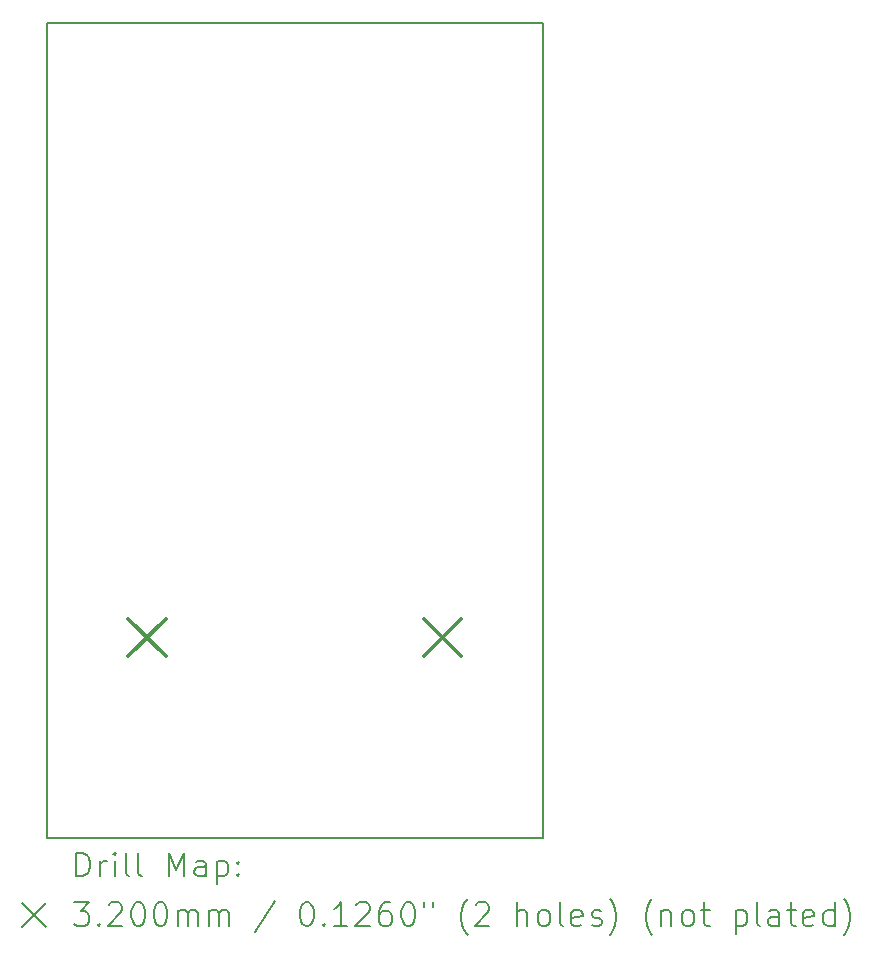
<source format=gbr>
%TF.GenerationSoftware,KiCad,Pcbnew,7.0.7*%
%TF.CreationDate,2024-01-15T15:14:14+00:00*%
%TF.ProjectId,cardboard,63617264-626f-4617-9264-2e6b69636164,rev?*%
%TF.SameCoordinates,Original*%
%TF.FileFunction,Drillmap*%
%TF.FilePolarity,Positive*%
%FSLAX45Y45*%
G04 Gerber Fmt 4.5, Leading zero omitted, Abs format (unit mm)*
G04 Created by KiCad (PCBNEW 7.0.7) date 2024-01-15 15:14:14*
%MOMM*%
%LPD*%
G01*
G04 APERTURE LIST*
%ADD10C,0.200000*%
%ADD11C,0.320000*%
G04 APERTURE END LIST*
D10*
X8401500Y-5717000D02*
X12601500Y-5717000D01*
X12601500Y-12617000D01*
X8401500Y-12617000D01*
X8401500Y-5717000D01*
D11*
X9091500Y-10757000D02*
X9411500Y-11077000D01*
X9411500Y-10757000D02*
X9091500Y-11077000D01*
X11591500Y-10757000D02*
X11911500Y-11077000D01*
X11911500Y-10757000D02*
X11591500Y-11077000D01*
D10*
X8652277Y-12938484D02*
X8652277Y-12738484D01*
X8652277Y-12738484D02*
X8699896Y-12738484D01*
X8699896Y-12738484D02*
X8728467Y-12748008D01*
X8728467Y-12748008D02*
X8747515Y-12767055D01*
X8747515Y-12767055D02*
X8757039Y-12786103D01*
X8757039Y-12786103D02*
X8766563Y-12824198D01*
X8766563Y-12824198D02*
X8766563Y-12852769D01*
X8766563Y-12852769D02*
X8757039Y-12890865D01*
X8757039Y-12890865D02*
X8747515Y-12909912D01*
X8747515Y-12909912D02*
X8728467Y-12928960D01*
X8728467Y-12928960D02*
X8699896Y-12938484D01*
X8699896Y-12938484D02*
X8652277Y-12938484D01*
X8852277Y-12938484D02*
X8852277Y-12805150D01*
X8852277Y-12843246D02*
X8861801Y-12824198D01*
X8861801Y-12824198D02*
X8871324Y-12814674D01*
X8871324Y-12814674D02*
X8890372Y-12805150D01*
X8890372Y-12805150D02*
X8909420Y-12805150D01*
X8976086Y-12938484D02*
X8976086Y-12805150D01*
X8976086Y-12738484D02*
X8966563Y-12748008D01*
X8966563Y-12748008D02*
X8976086Y-12757531D01*
X8976086Y-12757531D02*
X8985610Y-12748008D01*
X8985610Y-12748008D02*
X8976086Y-12738484D01*
X8976086Y-12738484D02*
X8976086Y-12757531D01*
X9099896Y-12938484D02*
X9080848Y-12928960D01*
X9080848Y-12928960D02*
X9071324Y-12909912D01*
X9071324Y-12909912D02*
X9071324Y-12738484D01*
X9204658Y-12938484D02*
X9185610Y-12928960D01*
X9185610Y-12928960D02*
X9176086Y-12909912D01*
X9176086Y-12909912D02*
X9176086Y-12738484D01*
X9433229Y-12938484D02*
X9433229Y-12738484D01*
X9433229Y-12738484D02*
X9499896Y-12881341D01*
X9499896Y-12881341D02*
X9566563Y-12738484D01*
X9566563Y-12738484D02*
X9566563Y-12938484D01*
X9747515Y-12938484D02*
X9747515Y-12833722D01*
X9747515Y-12833722D02*
X9737991Y-12814674D01*
X9737991Y-12814674D02*
X9718944Y-12805150D01*
X9718944Y-12805150D02*
X9680848Y-12805150D01*
X9680848Y-12805150D02*
X9661801Y-12814674D01*
X9747515Y-12928960D02*
X9728467Y-12938484D01*
X9728467Y-12938484D02*
X9680848Y-12938484D01*
X9680848Y-12938484D02*
X9661801Y-12928960D01*
X9661801Y-12928960D02*
X9652277Y-12909912D01*
X9652277Y-12909912D02*
X9652277Y-12890865D01*
X9652277Y-12890865D02*
X9661801Y-12871817D01*
X9661801Y-12871817D02*
X9680848Y-12862293D01*
X9680848Y-12862293D02*
X9728467Y-12862293D01*
X9728467Y-12862293D02*
X9747515Y-12852769D01*
X9842753Y-12805150D02*
X9842753Y-13005150D01*
X9842753Y-12814674D02*
X9861801Y-12805150D01*
X9861801Y-12805150D02*
X9899896Y-12805150D01*
X9899896Y-12805150D02*
X9918944Y-12814674D01*
X9918944Y-12814674D02*
X9928467Y-12824198D01*
X9928467Y-12824198D02*
X9937991Y-12843246D01*
X9937991Y-12843246D02*
X9937991Y-12900388D01*
X9937991Y-12900388D02*
X9928467Y-12919436D01*
X9928467Y-12919436D02*
X9918944Y-12928960D01*
X9918944Y-12928960D02*
X9899896Y-12938484D01*
X9899896Y-12938484D02*
X9861801Y-12938484D01*
X9861801Y-12938484D02*
X9842753Y-12928960D01*
X10023705Y-12919436D02*
X10033229Y-12928960D01*
X10033229Y-12928960D02*
X10023705Y-12938484D01*
X10023705Y-12938484D02*
X10014182Y-12928960D01*
X10014182Y-12928960D02*
X10023705Y-12919436D01*
X10023705Y-12919436D02*
X10023705Y-12938484D01*
X10023705Y-12814674D02*
X10033229Y-12824198D01*
X10033229Y-12824198D02*
X10023705Y-12833722D01*
X10023705Y-12833722D02*
X10014182Y-12824198D01*
X10014182Y-12824198D02*
X10023705Y-12814674D01*
X10023705Y-12814674D02*
X10023705Y-12833722D01*
X8191500Y-13167000D02*
X8391500Y-13367000D01*
X8391500Y-13167000D02*
X8191500Y-13367000D01*
X8633229Y-13158484D02*
X8757039Y-13158484D01*
X8757039Y-13158484D02*
X8690372Y-13234674D01*
X8690372Y-13234674D02*
X8718944Y-13234674D01*
X8718944Y-13234674D02*
X8737991Y-13244198D01*
X8737991Y-13244198D02*
X8747515Y-13253722D01*
X8747515Y-13253722D02*
X8757039Y-13272769D01*
X8757039Y-13272769D02*
X8757039Y-13320388D01*
X8757039Y-13320388D02*
X8747515Y-13339436D01*
X8747515Y-13339436D02*
X8737991Y-13348960D01*
X8737991Y-13348960D02*
X8718944Y-13358484D01*
X8718944Y-13358484D02*
X8661801Y-13358484D01*
X8661801Y-13358484D02*
X8642753Y-13348960D01*
X8642753Y-13348960D02*
X8633229Y-13339436D01*
X8842753Y-13339436D02*
X8852277Y-13348960D01*
X8852277Y-13348960D02*
X8842753Y-13358484D01*
X8842753Y-13358484D02*
X8833229Y-13348960D01*
X8833229Y-13348960D02*
X8842753Y-13339436D01*
X8842753Y-13339436D02*
X8842753Y-13358484D01*
X8928467Y-13177531D02*
X8937991Y-13168008D01*
X8937991Y-13168008D02*
X8957039Y-13158484D01*
X8957039Y-13158484D02*
X9004658Y-13158484D01*
X9004658Y-13158484D02*
X9023705Y-13168008D01*
X9023705Y-13168008D02*
X9033229Y-13177531D01*
X9033229Y-13177531D02*
X9042753Y-13196579D01*
X9042753Y-13196579D02*
X9042753Y-13215627D01*
X9042753Y-13215627D02*
X9033229Y-13244198D01*
X9033229Y-13244198D02*
X8918944Y-13358484D01*
X8918944Y-13358484D02*
X9042753Y-13358484D01*
X9166563Y-13158484D02*
X9185610Y-13158484D01*
X9185610Y-13158484D02*
X9204658Y-13168008D01*
X9204658Y-13168008D02*
X9214182Y-13177531D01*
X9214182Y-13177531D02*
X9223705Y-13196579D01*
X9223705Y-13196579D02*
X9233229Y-13234674D01*
X9233229Y-13234674D02*
X9233229Y-13282293D01*
X9233229Y-13282293D02*
X9223705Y-13320388D01*
X9223705Y-13320388D02*
X9214182Y-13339436D01*
X9214182Y-13339436D02*
X9204658Y-13348960D01*
X9204658Y-13348960D02*
X9185610Y-13358484D01*
X9185610Y-13358484D02*
X9166563Y-13358484D01*
X9166563Y-13358484D02*
X9147515Y-13348960D01*
X9147515Y-13348960D02*
X9137991Y-13339436D01*
X9137991Y-13339436D02*
X9128467Y-13320388D01*
X9128467Y-13320388D02*
X9118944Y-13282293D01*
X9118944Y-13282293D02*
X9118944Y-13234674D01*
X9118944Y-13234674D02*
X9128467Y-13196579D01*
X9128467Y-13196579D02*
X9137991Y-13177531D01*
X9137991Y-13177531D02*
X9147515Y-13168008D01*
X9147515Y-13168008D02*
X9166563Y-13158484D01*
X9357039Y-13158484D02*
X9376086Y-13158484D01*
X9376086Y-13158484D02*
X9395134Y-13168008D01*
X9395134Y-13168008D02*
X9404658Y-13177531D01*
X9404658Y-13177531D02*
X9414182Y-13196579D01*
X9414182Y-13196579D02*
X9423705Y-13234674D01*
X9423705Y-13234674D02*
X9423705Y-13282293D01*
X9423705Y-13282293D02*
X9414182Y-13320388D01*
X9414182Y-13320388D02*
X9404658Y-13339436D01*
X9404658Y-13339436D02*
X9395134Y-13348960D01*
X9395134Y-13348960D02*
X9376086Y-13358484D01*
X9376086Y-13358484D02*
X9357039Y-13358484D01*
X9357039Y-13358484D02*
X9337991Y-13348960D01*
X9337991Y-13348960D02*
X9328467Y-13339436D01*
X9328467Y-13339436D02*
X9318944Y-13320388D01*
X9318944Y-13320388D02*
X9309420Y-13282293D01*
X9309420Y-13282293D02*
X9309420Y-13234674D01*
X9309420Y-13234674D02*
X9318944Y-13196579D01*
X9318944Y-13196579D02*
X9328467Y-13177531D01*
X9328467Y-13177531D02*
X9337991Y-13168008D01*
X9337991Y-13168008D02*
X9357039Y-13158484D01*
X9509420Y-13358484D02*
X9509420Y-13225150D01*
X9509420Y-13244198D02*
X9518944Y-13234674D01*
X9518944Y-13234674D02*
X9537991Y-13225150D01*
X9537991Y-13225150D02*
X9566563Y-13225150D01*
X9566563Y-13225150D02*
X9585610Y-13234674D01*
X9585610Y-13234674D02*
X9595134Y-13253722D01*
X9595134Y-13253722D02*
X9595134Y-13358484D01*
X9595134Y-13253722D02*
X9604658Y-13234674D01*
X9604658Y-13234674D02*
X9623705Y-13225150D01*
X9623705Y-13225150D02*
X9652277Y-13225150D01*
X9652277Y-13225150D02*
X9671325Y-13234674D01*
X9671325Y-13234674D02*
X9680848Y-13253722D01*
X9680848Y-13253722D02*
X9680848Y-13358484D01*
X9776086Y-13358484D02*
X9776086Y-13225150D01*
X9776086Y-13244198D02*
X9785610Y-13234674D01*
X9785610Y-13234674D02*
X9804658Y-13225150D01*
X9804658Y-13225150D02*
X9833229Y-13225150D01*
X9833229Y-13225150D02*
X9852277Y-13234674D01*
X9852277Y-13234674D02*
X9861801Y-13253722D01*
X9861801Y-13253722D02*
X9861801Y-13358484D01*
X9861801Y-13253722D02*
X9871325Y-13234674D01*
X9871325Y-13234674D02*
X9890372Y-13225150D01*
X9890372Y-13225150D02*
X9918944Y-13225150D01*
X9918944Y-13225150D02*
X9937991Y-13234674D01*
X9937991Y-13234674D02*
X9947515Y-13253722D01*
X9947515Y-13253722D02*
X9947515Y-13358484D01*
X10337991Y-13148960D02*
X10166563Y-13406103D01*
X10595134Y-13158484D02*
X10614182Y-13158484D01*
X10614182Y-13158484D02*
X10633229Y-13168008D01*
X10633229Y-13168008D02*
X10642753Y-13177531D01*
X10642753Y-13177531D02*
X10652277Y-13196579D01*
X10652277Y-13196579D02*
X10661801Y-13234674D01*
X10661801Y-13234674D02*
X10661801Y-13282293D01*
X10661801Y-13282293D02*
X10652277Y-13320388D01*
X10652277Y-13320388D02*
X10642753Y-13339436D01*
X10642753Y-13339436D02*
X10633229Y-13348960D01*
X10633229Y-13348960D02*
X10614182Y-13358484D01*
X10614182Y-13358484D02*
X10595134Y-13358484D01*
X10595134Y-13358484D02*
X10576087Y-13348960D01*
X10576087Y-13348960D02*
X10566563Y-13339436D01*
X10566563Y-13339436D02*
X10557039Y-13320388D01*
X10557039Y-13320388D02*
X10547515Y-13282293D01*
X10547515Y-13282293D02*
X10547515Y-13234674D01*
X10547515Y-13234674D02*
X10557039Y-13196579D01*
X10557039Y-13196579D02*
X10566563Y-13177531D01*
X10566563Y-13177531D02*
X10576087Y-13168008D01*
X10576087Y-13168008D02*
X10595134Y-13158484D01*
X10747515Y-13339436D02*
X10757039Y-13348960D01*
X10757039Y-13348960D02*
X10747515Y-13358484D01*
X10747515Y-13358484D02*
X10737991Y-13348960D01*
X10737991Y-13348960D02*
X10747515Y-13339436D01*
X10747515Y-13339436D02*
X10747515Y-13358484D01*
X10947515Y-13358484D02*
X10833229Y-13358484D01*
X10890372Y-13358484D02*
X10890372Y-13158484D01*
X10890372Y-13158484D02*
X10871325Y-13187055D01*
X10871325Y-13187055D02*
X10852277Y-13206103D01*
X10852277Y-13206103D02*
X10833229Y-13215627D01*
X11023706Y-13177531D02*
X11033229Y-13168008D01*
X11033229Y-13168008D02*
X11052277Y-13158484D01*
X11052277Y-13158484D02*
X11099896Y-13158484D01*
X11099896Y-13158484D02*
X11118944Y-13168008D01*
X11118944Y-13168008D02*
X11128468Y-13177531D01*
X11128468Y-13177531D02*
X11137991Y-13196579D01*
X11137991Y-13196579D02*
X11137991Y-13215627D01*
X11137991Y-13215627D02*
X11128468Y-13244198D01*
X11128468Y-13244198D02*
X11014182Y-13358484D01*
X11014182Y-13358484D02*
X11137991Y-13358484D01*
X11309420Y-13158484D02*
X11271325Y-13158484D01*
X11271325Y-13158484D02*
X11252277Y-13168008D01*
X11252277Y-13168008D02*
X11242753Y-13177531D01*
X11242753Y-13177531D02*
X11223706Y-13206103D01*
X11223706Y-13206103D02*
X11214182Y-13244198D01*
X11214182Y-13244198D02*
X11214182Y-13320388D01*
X11214182Y-13320388D02*
X11223706Y-13339436D01*
X11223706Y-13339436D02*
X11233229Y-13348960D01*
X11233229Y-13348960D02*
X11252277Y-13358484D01*
X11252277Y-13358484D02*
X11290372Y-13358484D01*
X11290372Y-13358484D02*
X11309420Y-13348960D01*
X11309420Y-13348960D02*
X11318944Y-13339436D01*
X11318944Y-13339436D02*
X11328467Y-13320388D01*
X11328467Y-13320388D02*
X11328467Y-13272769D01*
X11328467Y-13272769D02*
X11318944Y-13253722D01*
X11318944Y-13253722D02*
X11309420Y-13244198D01*
X11309420Y-13244198D02*
X11290372Y-13234674D01*
X11290372Y-13234674D02*
X11252277Y-13234674D01*
X11252277Y-13234674D02*
X11233229Y-13244198D01*
X11233229Y-13244198D02*
X11223706Y-13253722D01*
X11223706Y-13253722D02*
X11214182Y-13272769D01*
X11452277Y-13158484D02*
X11471325Y-13158484D01*
X11471325Y-13158484D02*
X11490372Y-13168008D01*
X11490372Y-13168008D02*
X11499896Y-13177531D01*
X11499896Y-13177531D02*
X11509420Y-13196579D01*
X11509420Y-13196579D02*
X11518944Y-13234674D01*
X11518944Y-13234674D02*
X11518944Y-13282293D01*
X11518944Y-13282293D02*
X11509420Y-13320388D01*
X11509420Y-13320388D02*
X11499896Y-13339436D01*
X11499896Y-13339436D02*
X11490372Y-13348960D01*
X11490372Y-13348960D02*
X11471325Y-13358484D01*
X11471325Y-13358484D02*
X11452277Y-13358484D01*
X11452277Y-13358484D02*
X11433229Y-13348960D01*
X11433229Y-13348960D02*
X11423706Y-13339436D01*
X11423706Y-13339436D02*
X11414182Y-13320388D01*
X11414182Y-13320388D02*
X11404658Y-13282293D01*
X11404658Y-13282293D02*
X11404658Y-13234674D01*
X11404658Y-13234674D02*
X11414182Y-13196579D01*
X11414182Y-13196579D02*
X11423706Y-13177531D01*
X11423706Y-13177531D02*
X11433229Y-13168008D01*
X11433229Y-13168008D02*
X11452277Y-13158484D01*
X11595134Y-13158484D02*
X11595134Y-13196579D01*
X11671325Y-13158484D02*
X11671325Y-13196579D01*
X11966563Y-13434674D02*
X11957039Y-13425150D01*
X11957039Y-13425150D02*
X11937991Y-13396579D01*
X11937991Y-13396579D02*
X11928468Y-13377531D01*
X11928468Y-13377531D02*
X11918944Y-13348960D01*
X11918944Y-13348960D02*
X11909420Y-13301341D01*
X11909420Y-13301341D02*
X11909420Y-13263246D01*
X11909420Y-13263246D02*
X11918944Y-13215627D01*
X11918944Y-13215627D02*
X11928468Y-13187055D01*
X11928468Y-13187055D02*
X11937991Y-13168008D01*
X11937991Y-13168008D02*
X11957039Y-13139436D01*
X11957039Y-13139436D02*
X11966563Y-13129912D01*
X12033229Y-13177531D02*
X12042753Y-13168008D01*
X12042753Y-13168008D02*
X12061801Y-13158484D01*
X12061801Y-13158484D02*
X12109420Y-13158484D01*
X12109420Y-13158484D02*
X12128468Y-13168008D01*
X12128468Y-13168008D02*
X12137991Y-13177531D01*
X12137991Y-13177531D02*
X12147515Y-13196579D01*
X12147515Y-13196579D02*
X12147515Y-13215627D01*
X12147515Y-13215627D02*
X12137991Y-13244198D01*
X12137991Y-13244198D02*
X12023706Y-13358484D01*
X12023706Y-13358484D02*
X12147515Y-13358484D01*
X12385610Y-13358484D02*
X12385610Y-13158484D01*
X12471325Y-13358484D02*
X12471325Y-13253722D01*
X12471325Y-13253722D02*
X12461801Y-13234674D01*
X12461801Y-13234674D02*
X12442753Y-13225150D01*
X12442753Y-13225150D02*
X12414182Y-13225150D01*
X12414182Y-13225150D02*
X12395134Y-13234674D01*
X12395134Y-13234674D02*
X12385610Y-13244198D01*
X12595134Y-13358484D02*
X12576087Y-13348960D01*
X12576087Y-13348960D02*
X12566563Y-13339436D01*
X12566563Y-13339436D02*
X12557039Y-13320388D01*
X12557039Y-13320388D02*
X12557039Y-13263246D01*
X12557039Y-13263246D02*
X12566563Y-13244198D01*
X12566563Y-13244198D02*
X12576087Y-13234674D01*
X12576087Y-13234674D02*
X12595134Y-13225150D01*
X12595134Y-13225150D02*
X12623706Y-13225150D01*
X12623706Y-13225150D02*
X12642753Y-13234674D01*
X12642753Y-13234674D02*
X12652277Y-13244198D01*
X12652277Y-13244198D02*
X12661801Y-13263246D01*
X12661801Y-13263246D02*
X12661801Y-13320388D01*
X12661801Y-13320388D02*
X12652277Y-13339436D01*
X12652277Y-13339436D02*
X12642753Y-13348960D01*
X12642753Y-13348960D02*
X12623706Y-13358484D01*
X12623706Y-13358484D02*
X12595134Y-13358484D01*
X12776087Y-13358484D02*
X12757039Y-13348960D01*
X12757039Y-13348960D02*
X12747515Y-13329912D01*
X12747515Y-13329912D02*
X12747515Y-13158484D01*
X12928468Y-13348960D02*
X12909420Y-13358484D01*
X12909420Y-13358484D02*
X12871325Y-13358484D01*
X12871325Y-13358484D02*
X12852277Y-13348960D01*
X12852277Y-13348960D02*
X12842753Y-13329912D01*
X12842753Y-13329912D02*
X12842753Y-13253722D01*
X12842753Y-13253722D02*
X12852277Y-13234674D01*
X12852277Y-13234674D02*
X12871325Y-13225150D01*
X12871325Y-13225150D02*
X12909420Y-13225150D01*
X12909420Y-13225150D02*
X12928468Y-13234674D01*
X12928468Y-13234674D02*
X12937991Y-13253722D01*
X12937991Y-13253722D02*
X12937991Y-13272769D01*
X12937991Y-13272769D02*
X12842753Y-13291817D01*
X13014182Y-13348960D02*
X13033230Y-13358484D01*
X13033230Y-13358484D02*
X13071325Y-13358484D01*
X13071325Y-13358484D02*
X13090372Y-13348960D01*
X13090372Y-13348960D02*
X13099896Y-13329912D01*
X13099896Y-13329912D02*
X13099896Y-13320388D01*
X13099896Y-13320388D02*
X13090372Y-13301341D01*
X13090372Y-13301341D02*
X13071325Y-13291817D01*
X13071325Y-13291817D02*
X13042753Y-13291817D01*
X13042753Y-13291817D02*
X13023706Y-13282293D01*
X13023706Y-13282293D02*
X13014182Y-13263246D01*
X13014182Y-13263246D02*
X13014182Y-13253722D01*
X13014182Y-13253722D02*
X13023706Y-13234674D01*
X13023706Y-13234674D02*
X13042753Y-13225150D01*
X13042753Y-13225150D02*
X13071325Y-13225150D01*
X13071325Y-13225150D02*
X13090372Y-13234674D01*
X13166563Y-13434674D02*
X13176087Y-13425150D01*
X13176087Y-13425150D02*
X13195134Y-13396579D01*
X13195134Y-13396579D02*
X13204658Y-13377531D01*
X13204658Y-13377531D02*
X13214182Y-13348960D01*
X13214182Y-13348960D02*
X13223706Y-13301341D01*
X13223706Y-13301341D02*
X13223706Y-13263246D01*
X13223706Y-13263246D02*
X13214182Y-13215627D01*
X13214182Y-13215627D02*
X13204658Y-13187055D01*
X13204658Y-13187055D02*
X13195134Y-13168008D01*
X13195134Y-13168008D02*
X13176087Y-13139436D01*
X13176087Y-13139436D02*
X13166563Y-13129912D01*
X13528468Y-13434674D02*
X13518944Y-13425150D01*
X13518944Y-13425150D02*
X13499896Y-13396579D01*
X13499896Y-13396579D02*
X13490372Y-13377531D01*
X13490372Y-13377531D02*
X13480849Y-13348960D01*
X13480849Y-13348960D02*
X13471325Y-13301341D01*
X13471325Y-13301341D02*
X13471325Y-13263246D01*
X13471325Y-13263246D02*
X13480849Y-13215627D01*
X13480849Y-13215627D02*
X13490372Y-13187055D01*
X13490372Y-13187055D02*
X13499896Y-13168008D01*
X13499896Y-13168008D02*
X13518944Y-13139436D01*
X13518944Y-13139436D02*
X13528468Y-13129912D01*
X13604658Y-13225150D02*
X13604658Y-13358484D01*
X13604658Y-13244198D02*
X13614182Y-13234674D01*
X13614182Y-13234674D02*
X13633230Y-13225150D01*
X13633230Y-13225150D02*
X13661801Y-13225150D01*
X13661801Y-13225150D02*
X13680849Y-13234674D01*
X13680849Y-13234674D02*
X13690372Y-13253722D01*
X13690372Y-13253722D02*
X13690372Y-13358484D01*
X13814182Y-13358484D02*
X13795134Y-13348960D01*
X13795134Y-13348960D02*
X13785611Y-13339436D01*
X13785611Y-13339436D02*
X13776087Y-13320388D01*
X13776087Y-13320388D02*
X13776087Y-13263246D01*
X13776087Y-13263246D02*
X13785611Y-13244198D01*
X13785611Y-13244198D02*
X13795134Y-13234674D01*
X13795134Y-13234674D02*
X13814182Y-13225150D01*
X13814182Y-13225150D02*
X13842753Y-13225150D01*
X13842753Y-13225150D02*
X13861801Y-13234674D01*
X13861801Y-13234674D02*
X13871325Y-13244198D01*
X13871325Y-13244198D02*
X13880849Y-13263246D01*
X13880849Y-13263246D02*
X13880849Y-13320388D01*
X13880849Y-13320388D02*
X13871325Y-13339436D01*
X13871325Y-13339436D02*
X13861801Y-13348960D01*
X13861801Y-13348960D02*
X13842753Y-13358484D01*
X13842753Y-13358484D02*
X13814182Y-13358484D01*
X13937992Y-13225150D02*
X14014182Y-13225150D01*
X13966563Y-13158484D02*
X13966563Y-13329912D01*
X13966563Y-13329912D02*
X13976087Y-13348960D01*
X13976087Y-13348960D02*
X13995134Y-13358484D01*
X13995134Y-13358484D02*
X14014182Y-13358484D01*
X14233230Y-13225150D02*
X14233230Y-13425150D01*
X14233230Y-13234674D02*
X14252277Y-13225150D01*
X14252277Y-13225150D02*
X14290373Y-13225150D01*
X14290373Y-13225150D02*
X14309420Y-13234674D01*
X14309420Y-13234674D02*
X14318944Y-13244198D01*
X14318944Y-13244198D02*
X14328468Y-13263246D01*
X14328468Y-13263246D02*
X14328468Y-13320388D01*
X14328468Y-13320388D02*
X14318944Y-13339436D01*
X14318944Y-13339436D02*
X14309420Y-13348960D01*
X14309420Y-13348960D02*
X14290373Y-13358484D01*
X14290373Y-13358484D02*
X14252277Y-13358484D01*
X14252277Y-13358484D02*
X14233230Y-13348960D01*
X14442753Y-13358484D02*
X14423706Y-13348960D01*
X14423706Y-13348960D02*
X14414182Y-13329912D01*
X14414182Y-13329912D02*
X14414182Y-13158484D01*
X14604658Y-13358484D02*
X14604658Y-13253722D01*
X14604658Y-13253722D02*
X14595134Y-13234674D01*
X14595134Y-13234674D02*
X14576087Y-13225150D01*
X14576087Y-13225150D02*
X14537992Y-13225150D01*
X14537992Y-13225150D02*
X14518944Y-13234674D01*
X14604658Y-13348960D02*
X14585611Y-13358484D01*
X14585611Y-13358484D02*
X14537992Y-13358484D01*
X14537992Y-13358484D02*
X14518944Y-13348960D01*
X14518944Y-13348960D02*
X14509420Y-13329912D01*
X14509420Y-13329912D02*
X14509420Y-13310865D01*
X14509420Y-13310865D02*
X14518944Y-13291817D01*
X14518944Y-13291817D02*
X14537992Y-13282293D01*
X14537992Y-13282293D02*
X14585611Y-13282293D01*
X14585611Y-13282293D02*
X14604658Y-13272769D01*
X14671325Y-13225150D02*
X14747515Y-13225150D01*
X14699896Y-13158484D02*
X14699896Y-13329912D01*
X14699896Y-13329912D02*
X14709420Y-13348960D01*
X14709420Y-13348960D02*
X14728468Y-13358484D01*
X14728468Y-13358484D02*
X14747515Y-13358484D01*
X14890373Y-13348960D02*
X14871325Y-13358484D01*
X14871325Y-13358484D02*
X14833230Y-13358484D01*
X14833230Y-13358484D02*
X14814182Y-13348960D01*
X14814182Y-13348960D02*
X14804658Y-13329912D01*
X14804658Y-13329912D02*
X14804658Y-13253722D01*
X14804658Y-13253722D02*
X14814182Y-13234674D01*
X14814182Y-13234674D02*
X14833230Y-13225150D01*
X14833230Y-13225150D02*
X14871325Y-13225150D01*
X14871325Y-13225150D02*
X14890373Y-13234674D01*
X14890373Y-13234674D02*
X14899896Y-13253722D01*
X14899896Y-13253722D02*
X14899896Y-13272769D01*
X14899896Y-13272769D02*
X14804658Y-13291817D01*
X15071325Y-13358484D02*
X15071325Y-13158484D01*
X15071325Y-13348960D02*
X15052277Y-13358484D01*
X15052277Y-13358484D02*
X15014182Y-13358484D01*
X15014182Y-13358484D02*
X14995134Y-13348960D01*
X14995134Y-13348960D02*
X14985611Y-13339436D01*
X14985611Y-13339436D02*
X14976087Y-13320388D01*
X14976087Y-13320388D02*
X14976087Y-13263246D01*
X14976087Y-13263246D02*
X14985611Y-13244198D01*
X14985611Y-13244198D02*
X14995134Y-13234674D01*
X14995134Y-13234674D02*
X15014182Y-13225150D01*
X15014182Y-13225150D02*
X15052277Y-13225150D01*
X15052277Y-13225150D02*
X15071325Y-13234674D01*
X15147515Y-13434674D02*
X15157039Y-13425150D01*
X15157039Y-13425150D02*
X15176087Y-13396579D01*
X15176087Y-13396579D02*
X15185611Y-13377531D01*
X15185611Y-13377531D02*
X15195134Y-13348960D01*
X15195134Y-13348960D02*
X15204658Y-13301341D01*
X15204658Y-13301341D02*
X15204658Y-13263246D01*
X15204658Y-13263246D02*
X15195134Y-13215627D01*
X15195134Y-13215627D02*
X15185611Y-13187055D01*
X15185611Y-13187055D02*
X15176087Y-13168008D01*
X15176087Y-13168008D02*
X15157039Y-13139436D01*
X15157039Y-13139436D02*
X15147515Y-13129912D01*
M02*

</source>
